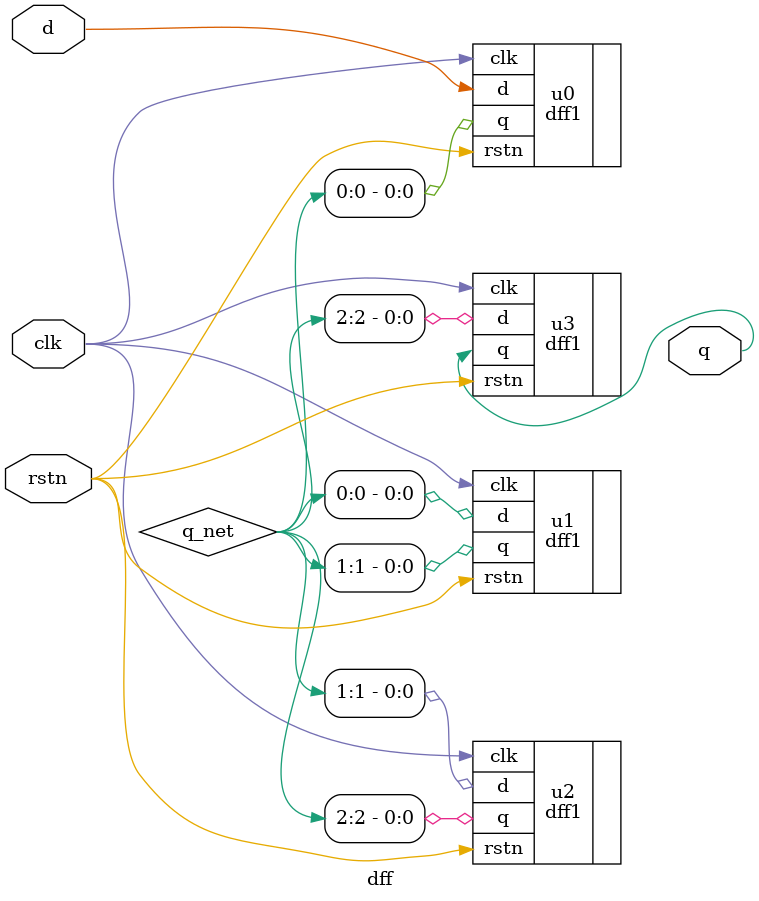
<source format=v>
`include "dff1.v"
module dff(input d,  
            input rstn,  
            input clk,  
            output reg q);
            wire[2:0] q_net;
   dff1 u0(.d(d),.rstn(rstn),.clk(clk),.q(q_net[0]));
   dff1 u1(.d(q_net[0]),.rstn(rstn),.clk(clk),.q(q_net[1]));
   dff1 u2(.d(q_net[1]),.rstn(rstn),.clk(clk),.q(q_net[2]));
   dff1 u3(.d(q_net[2]),.rstn(rstn),.clk(clk),.q(q));

endmodule  



</source>
